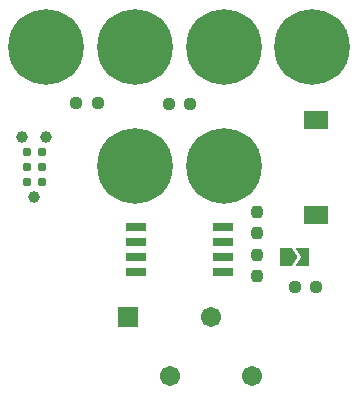
<source format=gbr>
%TF.GenerationSoftware,KiCad,Pcbnew,7.0.6*%
%TF.CreationDate,2023-10-04T19:29:37-04:00*%
%TF.ProjectId,Encoder_Pulse_Generic_ATTINY85,456e636f-6465-4725-9f50-756c73655f47,rev?*%
%TF.SameCoordinates,Original*%
%TF.FileFunction,Soldermask,Top*%
%TF.FilePolarity,Negative*%
%FSLAX46Y46*%
G04 Gerber Fmt 4.6, Leading zero omitted, Abs format (unit mm)*
G04 Created by KiCad (PCBNEW 7.0.6) date 2023-10-04 19:29:37*
%MOMM*%
%LPD*%
G01*
G04 APERTURE LIST*
G04 Aperture macros list*
%AMRoundRect*
0 Rectangle with rounded corners*
0 $1 Rounding radius*
0 $2 $3 $4 $5 $6 $7 $8 $9 X,Y pos of 4 corners*
0 Add a 4 corners polygon primitive as box body*
4,1,4,$2,$3,$4,$5,$6,$7,$8,$9,$2,$3,0*
0 Add four circle primitives for the rounded corners*
1,1,$1+$1,$2,$3*
1,1,$1+$1,$4,$5*
1,1,$1+$1,$6,$7*
1,1,$1+$1,$8,$9*
0 Add four rect primitives between the rounded corners*
20,1,$1+$1,$2,$3,$4,$5,0*
20,1,$1+$1,$4,$5,$6,$7,0*
20,1,$1+$1,$6,$7,$8,$9,0*
20,1,$1+$1,$8,$9,$2,$3,0*%
%AMFreePoly0*
4,1,6,1.000000,0.000000,0.500000,-0.750000,-0.500000,-0.750000,-0.500000,0.750000,0.500000,0.750000,1.000000,0.000000,1.000000,0.000000,$1*%
%AMFreePoly1*
4,1,6,0.500000,-0.750000,-0.650000,-0.750000,-0.150000,0.000000,-0.650000,0.750000,0.500000,0.750000,0.500000,-0.750000,0.500000,-0.750000,$1*%
G04 Aperture macros list end*
%ADD10C,0.990600*%
%ADD11C,0.787400*%
%ADD12RoundRect,0.237500X-0.250000X-0.237500X0.250000X-0.237500X0.250000X0.237500X-0.250000X0.237500X0*%
%ADD13FreePoly0,0.000000*%
%ADD14FreePoly1,0.000000*%
%ADD15R,2.000000X1.500000*%
%ADD16C,1.712000*%
%ADD17RoundRect,0.102000X-0.754000X-0.754000X0.754000X-0.754000X0.754000X0.754000X-0.754000X0.754000X0*%
%ADD18RoundRect,0.237500X0.250000X0.237500X-0.250000X0.237500X-0.250000X-0.237500X0.250000X-0.237500X0*%
%ADD19RoundRect,0.237500X0.237500X-0.250000X0.237500X0.250000X-0.237500X0.250000X-0.237500X-0.250000X0*%
%ADD20RoundRect,0.237500X-0.237500X0.250000X-0.237500X-0.250000X0.237500X-0.250000X0.237500X0.250000X0*%
%ADD21R,1.700000X0.650000*%
%ADD22C,3.600000*%
%ADD23C,6.400000*%
G04 APERTURE END LIST*
D10*
%TO.C,J2*%
X127000000Y-83820000D03*
X124968000Y-83820000D03*
X125984000Y-88900000D03*
D11*
X126619000Y-87630000D03*
X125349000Y-87630000D03*
X126619000Y-86360000D03*
X125349000Y-86360000D03*
X126619000Y-85090000D03*
X125349000Y-85090000D03*
%TD*%
D12*
%TO.C,R5*%
X148035000Y-96520000D03*
X149860000Y-96520000D03*
%TD*%
D13*
%TO.C,JP1*%
X147320000Y-93980000D03*
D14*
X148770000Y-93980000D03*
%TD*%
D15*
%TO.C,SW1*%
X149860000Y-90360000D03*
X149860000Y-82360000D03*
%TD*%
D16*
%TO.C,J1*%
X144455138Y-104060000D03*
X140955138Y-99060000D03*
X137455138Y-104060000D03*
D17*
X133955138Y-99060000D03*
%TD*%
D18*
%TO.C,R4*%
X131365000Y-80927869D03*
X129540000Y-80927869D03*
%TD*%
%TO.C,R3*%
X137352321Y-80966968D03*
X139177321Y-80966968D03*
%TD*%
D19*
%TO.C,R2*%
X144803487Y-91946372D03*
X144803487Y-90121372D03*
%TD*%
D20*
%TO.C,R1*%
X144826975Y-93738517D03*
X144826975Y-95563517D03*
%TD*%
D21*
%TO.C,U1*%
X134620000Y-91440000D03*
X134620000Y-92710000D03*
X134620000Y-93980000D03*
X134620000Y-95250000D03*
X141920000Y-95250000D03*
X141920000Y-93980000D03*
X141920000Y-92710000D03*
X141920000Y-91440000D03*
%TD*%
D22*
%TO.C,REF\u002A\u002A*%
X142000000Y-86200000D03*
D23*
X142000000Y-86200000D03*
%TD*%
D22*
%TO.C,REF\u002A\u002A*%
X134500000Y-86200000D03*
D23*
X134500000Y-86200000D03*
%TD*%
D22*
%TO.C,REF\u002A\u002A*%
X149500000Y-76200000D03*
D23*
X149500000Y-76200000D03*
%TD*%
D22*
%TO.C,REF\u002A\u002A*%
X142000000Y-76200000D03*
D23*
X142000000Y-76200000D03*
%TD*%
D22*
%TO.C,REF\u002A\u002A*%
X134500000Y-76200000D03*
D23*
X134500000Y-76200000D03*
%TD*%
%TO.C,REF\u002A\u002A*%
X127000000Y-76200000D03*
D22*
X127000000Y-76200000D03*
%TD*%
M02*

</source>
